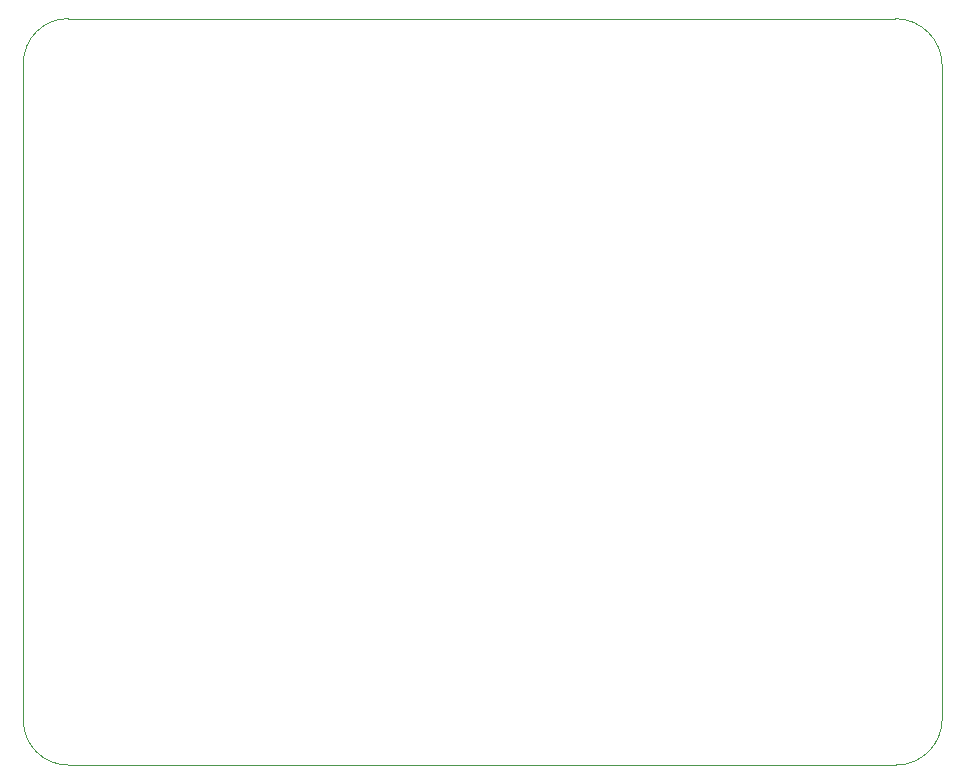
<source format=gbr>
G04 #@! TF.GenerationSoftware,KiCad,Pcbnew,(5.1.2)-2*
G04 #@! TF.CreationDate,2020-04-08T13:50:03-07:00*
G04 #@! TF.ProjectId,flatmcu,666c6174-6d63-4752-9e6b-696361645f70,rev?*
G04 #@! TF.SameCoordinates,PX1312d00PY1312d00*
G04 #@! TF.FileFunction,Profile,NP*
%FSLAX46Y46*%
G04 Gerber Fmt 4.6, Leading zero omitted, Abs format (unit mm)*
G04 Created by KiCad (PCBNEW (5.1.2)-2) date 2020-04-08 13:50:03*
%MOMM*%
%LPD*%
G04 APERTURE LIST*
%ADD10C,0.050000*%
G04 APERTURE END LIST*
D10*
X82800000Y-64300000D02*
G75*
G02X78900000Y-68200000I-3900000J0D01*
G01*
X78800000Y-5000000D02*
G75*
G02X82800000Y-9000000I0J-4000000D01*
G01*
X5000000Y-8800000D02*
G75*
G02X8800000Y-5000000I3800000J0D01*
G01*
X8800000Y-68200000D02*
G75*
G02X5000000Y-64400000I0J3800000D01*
G01*
X8800000Y-5000000D02*
X78800000Y-5000000D01*
X5000000Y-64400000D02*
X5000000Y-8800000D01*
X78900000Y-68200000D02*
X8800000Y-68200000D01*
X82800000Y-9000000D02*
X82800000Y-64300000D01*
M02*

</source>
